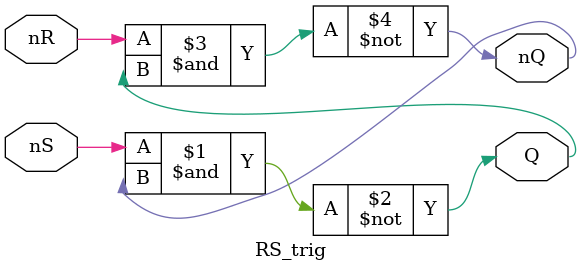
<source format=v>
module RS_trig(
	input nR,
	input nS,
	output Q,
	output nQ);
		assign Q = ~(nS & nQ);
		assign nQ = ~(nR & Q);

endmodule
</source>
